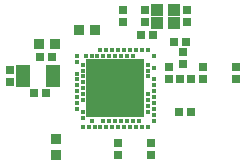
<source format=gts>
G04*
G04 #@! TF.GenerationSoftware,Altium Limited,Altium Designer,18.0.11 (651)*
G04*
G04 Layer_Color=8388736*
%FSLAX24Y24*%
%MOIN*%
G70*
G01*
G75*
%ADD23R,0.0296X0.0257*%
%ADD24R,0.0257X0.0296*%
%ADD25R,0.0316X0.0257*%
%ADD26R,0.0375X0.0355*%
%ADD27R,0.0434X0.0395*%
%ADD28R,0.0355X0.0375*%
%ADD29C,0.0148*%
%ADD30R,0.1949X0.1949*%
%ADD31R,0.0454X0.0769*%
D23*
X2520Y-787D02*
D03*
X2126D02*
D03*
X2362Y1545D02*
D03*
X1969D02*
D03*
X876Y1791D02*
D03*
X1270D02*
D03*
X-2096Y1033D02*
D03*
X-2490D02*
D03*
X-2314Y-167D02*
D03*
X-2708D02*
D03*
D24*
X4039Y323D02*
D03*
Y717D02*
D03*
X1792Y699D02*
D03*
Y305D02*
D03*
X2266Y803D02*
D03*
Y1197D02*
D03*
X2916Y717D02*
D03*
Y323D02*
D03*
X1191Y-1821D02*
D03*
Y-2215D02*
D03*
X98Y-1821D02*
D03*
Y-2215D02*
D03*
X2378Y2597D02*
D03*
Y2203D02*
D03*
X978Y2203D02*
D03*
Y2597D02*
D03*
X266Y2205D02*
D03*
Y2598D02*
D03*
X-3515Y217D02*
D03*
Y610D02*
D03*
D25*
X2539Y302D02*
D03*
X2165Y302D02*
D03*
D26*
X-1963Y-2215D02*
D03*
Y-1683D02*
D03*
D27*
X1392Y2173D02*
D03*
Y2626D02*
D03*
X1963D02*
D03*
Y2173D02*
D03*
D28*
X-2549Y1467D02*
D03*
X-2018D02*
D03*
X-1191Y1959D02*
D03*
X-659D02*
D03*
D29*
X886Y1280D02*
D03*
X-492D02*
D03*
X-295D02*
D03*
X-98D02*
D03*
X98D02*
D03*
X295D02*
D03*
X492D02*
D03*
X689D02*
D03*
X1083D02*
D03*
X-1280Y1083D02*
D03*
X-984D02*
D03*
X-787D02*
D03*
X-591D02*
D03*
X-394D02*
D03*
X-197D02*
D03*
X0D02*
D03*
X197D02*
D03*
X394D02*
D03*
X591D02*
D03*
X1280D02*
D03*
X1083Y787D02*
D03*
X-1280Y886D02*
D03*
X-1083Y787D02*
D03*
X1280Y689D02*
D03*
X-1083Y591D02*
D03*
X1083D02*
D03*
X-1280Y492D02*
D03*
X-1083Y394D02*
D03*
X1083D02*
D03*
X-1280Y295D02*
D03*
X1280D02*
D03*
X-1083Y197D02*
D03*
X-1280Y98D02*
D03*
X1280D02*
D03*
X-1083Y0D02*
D03*
X-1280Y-98D02*
D03*
X1280D02*
D03*
X-1083Y-197D02*
D03*
X1083D02*
D03*
X-1280Y-295D02*
D03*
X1280D02*
D03*
X-1083Y-394D02*
D03*
X1083D02*
D03*
X-1280Y-492D02*
D03*
X1280D02*
D03*
X1083Y-591D02*
D03*
X-1280Y-689D02*
D03*
X1280D02*
D03*
X-1083Y-787D02*
D03*
X1083D02*
D03*
X1280Y-886D02*
D03*
X-1083Y-984D02*
D03*
X-787Y-1083D02*
D03*
X-394D02*
D03*
X-197D02*
D03*
X0D02*
D03*
X197D02*
D03*
X394D02*
D03*
X591D02*
D03*
X787D02*
D03*
X1280D02*
D03*
X-1083Y-1280D02*
D03*
X-886D02*
D03*
X-689D02*
D03*
X-492D02*
D03*
X-295D02*
D03*
X-98D02*
D03*
X98D02*
D03*
X295D02*
D03*
X492D02*
D03*
X689D02*
D03*
X886D02*
D03*
X1083D02*
D03*
D30*
X0Y0D02*
D03*
D31*
X-2078Y404D02*
D03*
X-3062D02*
D03*
M02*

</source>
